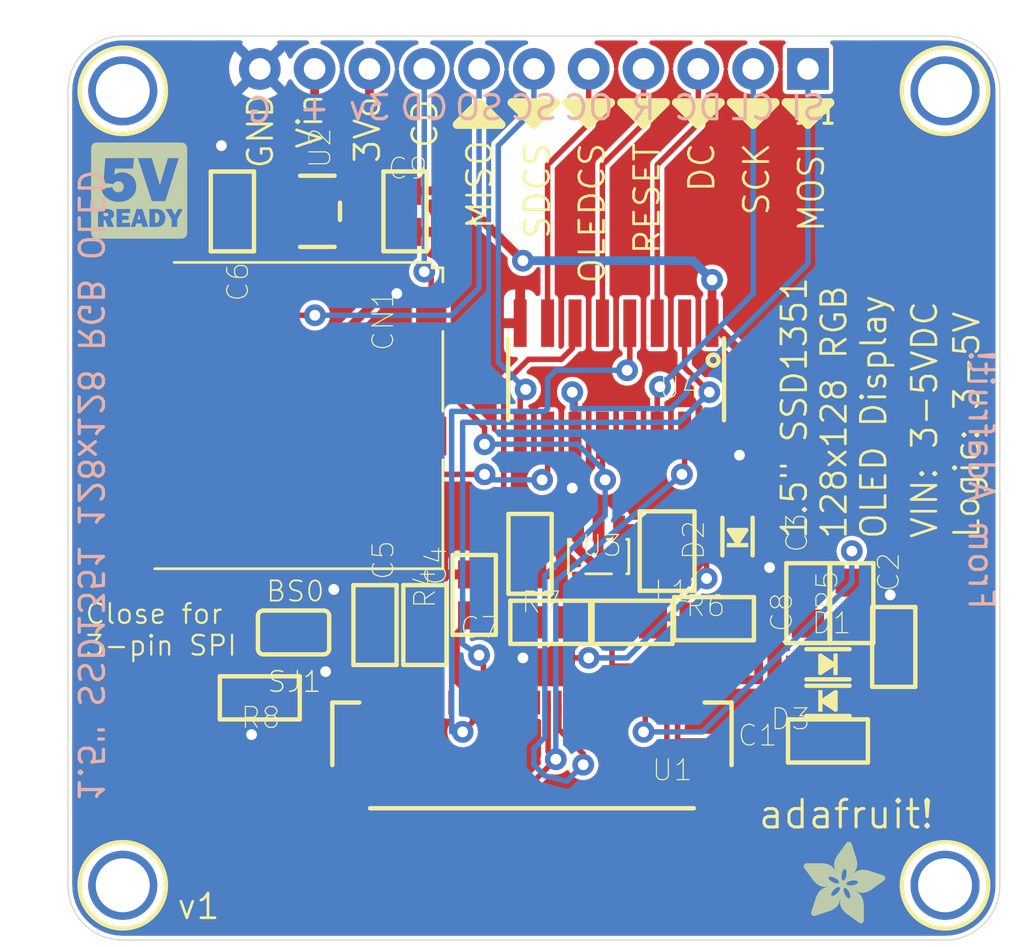
<source format=kicad_pcb>
(kicad_pcb (version 20211014) (generator pcbnew)
  (layers (0 "F.Cu" signal) (31 "B.Cu" signal) (34 "B.Paste" user) (35 "F.Paste" user) (36 "B.SilkS" user "B.Silkscreen") (37 "F.SilkS" user "F.Silkscreen") (38 "B.Mask" user) (39 "F.Mask" user) (44 "Edge.Cuts" user))
  (net 0 "")
  (net 1 "OLED_BS0")
  (net 2 "GND")
  (net 3 "IREF")
  (net 4 "MOSI/DATA1")
  (net 5 "SCK/DATA0")
  (net 6 "OLED_CS")
  (net 7 "OLED_DC")
  (net 8 "OLED_RES")
  (net 9 "VCOMH")
  (net 10 "N$6")
  (net 11 "N$7")
  (net 12 "3.3V")
  (net 13 "13V")
  (net 14 "N$3")
  (net 15 "N$5")
  (net 16 "N$8")
  (net 17 "VIN")
  (net 18 "SD_CS")
  (net 19 "SD_DOUT")
  (net 20 "SD_CD")
  (net 21 "N$12")
  (net 22 "N$13")
  (net 23 "DC")
  (net 24 "RESET")
  (net 25 "OCS")
  (net 26 "SCS")
  (net 27 "N$11")
  (footprint "eagleBoard:0805" (layer "F.Cu") (at 141.1381 111.3536 90)
    (fp_text reference "C5")
    (fp_text value "10uF")
  )
  (footprint "eagleBoard:0805" (layer "F.Cu") (at 143.4521 111.3536 90)
    (fp_text reference "C4")
    (fp_text value "1.0uF")
  )
  (footprint "eagleBoard:MICROSD" (layer "F.Cu") (at 144.1831 94.5926 -90)
    (fp_text reference "CN1")
    (fp_text value "microSD")
  )
  (footprint "eagleBoard:INDUCTOR_1007" (layer "F.Cu") (at 154.6741 107.9246 90)
    (fp_text reference "L1")
    (fp_text value "10uH")
  )
  (footprint "eagleBoard:0805" (layer "F.Cu") (at 145.7381 109.9566 -90)
    (fp_text reference "R4")
    (fp_text value "600K")
  )
  (footprint "eagleBoard:FIDUCIAL_1MM" (layer "F.Cu") (at 133.2611 85.3186)
    (fp_text reference "U$29" hide)
    (fp_text value "FIDUCIAL" hide)
  )
  (footprint "eagleBoard:1X11_ROUND_76" (layer "F.Cu") (at 148.5011 85.5726 180)
    (fp_text reference "JP1")
    (fp_text value "")
  )
  (footprint "eagleBoard:0805" (layer "F.Cu") (at 135.8011 114.7296)
    (fp_text reference "R8")
    (fp_text value "10K")
  )
  (footprint "eagleBoard:0805" (layer "F.Cu") (at 153.0701 111.2266)
    (fp_text reference "R6")
    (fp_text value "100K")
  )
  (footprint "eagleBoard:MOUNTINGHOLE_2.5_PLATED" (layer "F.Cu") (at 167.5511 123.4186)
    (fp_text reference "U$23" hide)
    (fp_text value "MOUNTINGHOLE2.5" hide)
  )
  (footprint "eagleBoard:0805" (layer "F.Cu") (at 163.2301 110.3376 90)
    (fp_text reference "R5")
    (fp_text value "50")
  )
  (footprint "eagleBoard:SOIC16" (layer "F.Cu") (at 152.3111 99.9606 180)
    (fp_text reference "U4")
    (fp_text value "74HC4050D")
  )
  (footprint "eagleBoard:FIDUCIAL_1MM" (layer "F.Cu") (at 148.7521 124.4346)
    (fp_text reference "U$26" hide)
    (fp_text value "FIDUCIAL" hide)
  )
  (footprint "eagleBoard:SOD-323" (layer "F.Cu") (at 162.1271 113.1716 180)
    (fp_text reference "D1")
    (fp_text value "1N4148")
  )
  (footprint "eagleBoard:FIDUCIAL_1MM" (layer "F.Cu") (at 163.7411 85.3186)
    (fp_text reference "U$27" hide)
    (fp_text value "FIDUCIAL" hide)
  )
  (footprint "eagleBoard:MOUNTINGHOLE_2.5_PLATED" (layer "F.Cu") (at 167.5511 86.5886)
    (fp_text reference "U$24" hide)
    (fp_text value "MOUNTINGHOLE2.5" hide)
  )
  (footprint "eagleBoard:SOLDERJUMPER_REFLOW_NOPASTE" (layer "F.Cu") (at 137.3651 111.6976)
    (fp_text reference "SJ1")
    (fp_text value "BS0")
  )
  (footprint "eagleBoard:ADAFRUIT_3.5MM" (layer "F.Cu") (at 160.9841 125.1966)
    (fp_text reference "U$28" hide)
    (fp_text value "" hide)
  )
  (footprint "eagleBoard:0805" (layer "F.Cu") (at 142.5291 92.1766 -90)
    (fp_text reference "C9")
    (fp_text value "10uF")
  )
  (footprint "eagleBoard:SOD-123" (layer "F.Cu") (at 157.9361 107.2496 90)
    (fp_text reference "D2")
    (fp_text value "BAT54T1G")
  )
  (footprint "eagleBoard:0805" (layer "F.Cu") (at 134.5311 92.1796 -90)
    (fp_text reference "C6")
    (fp_text value "10uF")
  )
  (footprint "eagleBoard:0805" (layer "F.Cu") (at 165.1751 112.3696 90)
    (fp_text reference "C2")
    (fp_text value "10uF/16V")
  )
  (footprint "eagleBoard:SOD-323" (layer "F.Cu") (at 162.1271 114.8696)
    (fp_text reference "D3")
    (fp_text value "1N4148")
  )
  (footprint "eagleBoard:0805" (layer "F.Cu") (at 148.3241 108.0516 90)
    (fp_text reference "R7")
    (fp_text value "10K")
  )
  (footprint "eagleBoard:LOGIC_5VREADY_5MM" (layer "F.Cu") (at 127.7101 93.7006)
    (fp_text reference "U$30" hide)
    (fp_text value "" hide)
  )
  (footprint "eagleBoard:MOUNTINGHOLE_2.5_PLATED" (layer "F.Cu") (at 129.4511 123.4186)
    (fp_text reference "U$22" hide)
    (fp_text value "MOUNTINGHOLE2.5" hide)
  )
  (footprint "eagleBoard:0805" (layer "F.Cu") (at 161.1981 110.3376 90)
    (fp_text reference "C3")
    (fp_text value "1.0uF")
  )
  (footprint "eagleBoard:0805" (layer "F.Cu") (at 156.8461 111.0596)
    (fp_text reference "C8")
    (fp_text value "0.1uF")
  )
  (footprint "eagleBoard:MOUNTINGHOLE_2.5_PLATED" (layer "F.Cu") (at 129.4511 86.5886)
    (fp_text reference "U$25" hide)
    (fp_text value "MOUNTINGHOLE2.5" hide)
  )
  (footprint "eagleBoard:FPC_XF2M-3015-1A" (layer "F.Cu") (at 148.4111 117.5766 180)
    (fp_text reference "U1")
    (fp_text value "UG-2828GDEDF11")
  )
  (footprint "eagleBoard:0805" (layer "F.Cu") (at 149.2601 111.2266 180)
    (fp_text reference "C7")
    (fp_text value "10uF")
  )
  (footprint "eagleBoard:SOT23-5@1" (layer "F.Cu") (at 151.4991 108.1786 180)
    (fp_text reference "U3")
    (fp_text value "FAN5331SX")
  )
  (footprint "eagleBoard:SOT23-5" (layer "F.Cu") (at 138.4681 92.1736 -90)
    (fp_text reference "U2")
    (fp_text value "MIC5225-3.3v")
  )
  (footprint "eagleBoard:0805" (layer "F.Cu") (at 162.1271 116.7276 180)
    (fp_text reference "C1")
    (fp_text value "10uF/16V")
  )
  (gr_line (start 156.1211 87.6416) (end 155.8671 87.6416) (layer "F.SilkS") (width 0.4064))
  (gr_line (start 155.6131 87.3876) (end 156.1211 87.3876) (layer "F.SilkS") (width 0.4064))
  (gr_line (start 146.4691 87.8956) (end 145.9611 87.8956) (layer "F.SilkS") (width 0.4064))
  (gr_line (start 145.4531 88.1496) (end 146.9771 88.1496) (layer "F.SilkS") (width 0.4064))
  (gr_line (start 152.0571 87.1336) (end 151.5491 87.1336) (layer "F.SilkS") (width 0.4064))
  (gr_line (start 148.5011 88.1496) (end 149.5171 87.1336) (layer "F.SilkS") (width 0.4064))
  (gr_line (start 158.6611 87.6416) (end 158.4071 87.6416) (layer "F.SilkS") (width 0.4064))
  (gr_line (start 161.7091 87.1336) (end 161.2011 87.6416) (layer "F.SilkS") (width 0.4064))
  (gr_line (start 148.5011 87.6416) (end 148.2471 87.6416) (layer "F.SilkS") (width 0.4064))
  (gr_line (start 156.1211 88.1496) (end 157.1371 87.1336) (layer "F.SilkS") (width 0.4064))
  (gr_line (start 156.6291 87.1336) (end 156.1211 87.6416) (layer "F.SilkS") (width 0.4064))
  (gr_line (start 151.0411 87.6416) (end 150.7871 87.6416) (layer "F.SilkS") (width 0.4064))
  (gr_line (start 158.1531 87.3876) (end 158.6611 87.3876) (layer "F.SilkS") (width 0.4064))
  (gr_line (start 149.5171 87.1336) (end 149.0091 87.1336) (layer "F.SilkS") (width 0.4064))
  (gr_line (start 153.5811 87.6416) (end 153.3271 87.6416) (layer "F.SilkS") (width 0.4064))
  (gr_line (start 150.5331 87.3876) (end 151.0411 87.3876) (layer "F.SilkS") (width 0.4064))
  (gr_line (start 152.5651 87.1336) (end 153.5811 88.1496) (layer "F.SilkS") (width 0.4064))
  (gr_line (start 149.0091 87.1336) (end 148.5011 87.6416) (layer "F.SilkS") (width 0.4064))
  (gr_line (start 154.5971 87.1336) (end 154.0891 87.1336) (layer "F.SilkS") (width 0.4064))
  (gr_line (start 158.4071 87.6416) (end 158.1531 87.3876) (layer "F.SilkS") (width 0.4064))
  (gr_line (start 147.9931 87.3876) (end 148.5011 87.3876) (layer "F.SilkS") (width 0.4064))
  (gr_line (start 154.0891 87.1336) (end 152.5651 87.1336) (layer "F.SilkS") (width 0.4064))
  (gr_line (start 147.4851 87.1336) (end 148.5011 88.1496) (layer "F.SilkS") (width 0.4064))
  (gr_line (start 153.3271 87.6416) (end 153.0731 87.3876) (layer "F.SilkS") (width 0.4064))
  (gr_line (start 157.1371 87.1336) (end 156.6291 87.1336) (layer "F.SilkS") (width 0.4064))
  (gr_line (start 148.2471 87.6416) (end 147.9931 87.3876) (layer "F.SilkS") (width 0.4064))
  (gr_line (start 153.0731 87.3876) (end 153.5811 87.3876) (layer "F.SilkS") (width 0.4064))
  (gr_line (start 159.1691 87.1336) (end 158.6611 87.6416) (layer "F.SilkS") (width 0.4064))
  (gr_line (start 145.9611 87.1336) (end 144.9451 88.1496) (layer "F.SilkS") (width 0.4064))
  (gr_line (start 151.5491 87.1336) (end 151.0411 87.6416) (layer "F.SilkS") (width 0.4064))
  (gr_line (start 153.5811 88.1496) (end 154.5971 87.1336) (layer "F.SilkS") (width 0.4064))
  (gr_line (start 161.2011 88.1496) (end 162.2171 87.1336) (layer "F.SilkS") (width 0.4064))
  (gr_line (start 151.0411 88.1496) (end 152.0571 87.1336) (layer "F.SilkS") (width 0.4064))
  (gr_line (start 145.9611 87.6416) (end 146.2151 87.6416) (layer "F.SilkS") (width 0.4064))
  (gr_line (start 158.6611 88.1496) (end 159.6771 87.1336) (layer "F.SilkS") (width 0.4064))
  (gr_line (start 161.2011 87.6416) (end 160.6931 87.1336) (layer "F.SilkS") (width 0.4064))
  (gr_line (start 161.7091 87.1336) (end 160.6931 87.1336) (layer "F.SilkS") (width 0.4064))
  (gr_line (start 146.9771 88.1496) (end 145.9611 87.1336) (layer "F.SilkS") (width 0.4064))
  (gr_line (start 159.6771 87.1336) (end 159.1691 87.1336) (layer "F.SilkS") (width 0.4064))
  (gr_line (start 156.6291 87.1336) (end 155.1051 87.1336) (layer "F.SilkS") (width 0.4064))
  (gr_line (start 157.6451 87.1336) (end 158.6611 88.1496) (layer "F.SilkS") (width 0.4064))
  (gr_line (start 145.4531 88.1496) (end 145.9611 87.6416) (layer "F.SilkS") (width 0.4064))
  (gr_line (start 155.8671 87.6416) (end 155.6131 87.3876) (layer "F.SilkS") (width 0.4064))
  (gr_line (start 149.0091 87.1336) (end 147.4851 87.1336) (layer "F.SilkS") (width 0.4064))
  (gr_line (start 155.1051 87.1336) (end 156.1211 88.1496) (layer "F.SilkS") (width 0.4064))
  (gr_line (start 151.5491 87.1336) (end 150.0251 87.1336) (layer "F.SilkS") (width 0.4064))
  (gr_line (start 146.2151 87.6416) (end 146.4691 87.8956) (layer "F.SilkS") (width 0.4064))
  (gr_line (start 150.0251 87.1336) (end 151.0411 88.1496) (layer "F.SilkS") (width 0.4064))
  (gr_line (start 154.0891 87.1336) (end 153.5811 87.6416) (layer "F.SilkS") (width 0.4064))
  (gr_line (start 160.1851 87.1336) (end 161.2011 88.1496) (layer "F.SilkS") (width 0.4064))
  (gr_line (start 159.1691 87.1336) (end 157.6451 87.1336) (layer "F.SilkS") (width 0.4064))
  (gr_line (start 162.2171 87.1336) (end 161.7091 87.1336) (layer "F.SilkS") (width 0.4064))
  (gr_line (start 160.6931 87.1336) (end 160.1851 87.1336) (layer "F.SilkS") (width 0.4064))
  (gr_line (start 144.9451 88.1496) (end 145.4531 88.1496) (layer "F.SilkS") (width 0.4064))
  (gr_line (start 150.7871 87.6416) (end 150.5331 87.3876) (layer "F.SilkS") (width 0.4064))
  (gr_line (start 129.4511 125.9586) (end 167.5511 125.9586) (layer "Edge.Cuts") (width 0.05))
  (gr_arc (start 126.9111 86.5886) (mid 127.655049 84.792549) (end 129.4511 84.0486) (layer "Edge.Cuts") (width 0.05))
  (gr_arc (start 129.4511 125.9586) (mid 127.655049 125.214651) (end 126.9111 123.4186) (layer "Edge.Cuts") (width 0.05))
  (gr_line (start 170.0911 123.4186) (end 170.0911 86.5886) (layer "Edge.Cuts") (width 0.05))
  (gr_line (start 126.9111 86.5886) (end 126.9111 123.4186) (layer "Edge.Cuts") (width 0.05))
  (gr_arc (start 167.5511 84.0486) (mid 169.347151 84.792549) (end 170.0911 86.5886) (layer "Edge.Cuts") (width 0.05))
  (gr_arc (start 170.0911 123.4186) (mid 169.347151 125.214651) (end 167.5511 125.9586) (layer "Edge.Cuts") (width 0.05))
  (gr_line (start 167.5511 84.0486) (end 129.4511 84.0486) (layer "Edge.Cuts") (width 0.05))
  (gr_text "R" (at 153.5811 86.7156) (layer "B.SilkS") (effects (font (size 1.1176 1.1176) (thickness 0.1524)) (justify top mirror)))
  (gr_text "+" (at 138.3411 86.7156) (layer "B.SilkS") (effects (font (size 1.1176 1.1176) (thickness 0.1524)) (justify top mirror)))
  (gr_text "CL" (at 158.6611 86.7156) (layer "B.SilkS") (effects (font (size 1.1176 1.1176) (thickness 0.1524)) (justify top mirror)))
  (gr_text "From Adafruit!" (at 168.5671 104.6226 -90) (layer "B.SilkS") (effects (font (size 1.1176 1.1176) (thickness 0.1524)) (justify bottom mirror)))
  (gr_text "SO" (at 145.9611 86.7156) (layer "B.SilkS") (effects (font (size 1.1176 1.1176) (thickness 0.1524)) (justify top mirror)))
  (gr_text "3v" (at 140.8811 86.7156) (layer "B.SilkS") (effects (font (size 1.1176 1.1176) (thickness 0.1524)) (justify top mirror)))
  (gr_text "OC" (at 151.0411 86.7156) (layer "B.SilkS") (effects (font (size 1.1176 1.1176) (thickness 0.1524)) (justify top mirror)))
  (gr_text "1.5\" SSD1351 128x128 RGB OLED" (at 127.2921 104.8766 -90) (layer "B.SilkS") (effects (font (size 1.1176 1.1176) (thickness 0.1524)) (justify bottom mirror)))
  (gr_text "DC" (at 156.1211 86.7156) (layer "B.SilkS") (effects (font (size 1.1176 1.1176) (thickness 0.1524)) (justify top mirror)))
  (gr_text "CD" (at 143.4211 86.7156) (layer "B.SilkS") (effects (font (size 1.1176 1.1176) (thickness 0.1524)) (justify top mirror)))
  (gr_text "SC" (at 148.5011 86.7156) (layer "B.SilkS") (effects (font (size 1.1176 1.1176) (thickness 0.1524)) (justify top mirror)))
  (gr_text "G" (at 135.8011 86.8426) (layer "B.SilkS") (effects (font (size 1.1176 1.1176) (thickness 0.1524)) (justify top mirror)))
  (gr_text "SI" (at 161.2011 86.7156) (layer "B.SilkS") (effects (font (size 1.1176 1.1176) (thickness 0.1524)) (justify top mirror)))
  (gr_text "BS0" (at 136.0361 110.3376) (layer "F.SilkS") (effects (font (size 0.93472 0.93472) (thickness 0.08128)) (justify left bottom)))
  (gr_text "Logic: 3-5V" (at 169.2281 107.4116 90) (layer "F.SilkS") (effects (font (size 1.143 1.143) (thickness 0.127)) (justify left bottom)))
  (gr_text "DC" (at 155.6131 88.9116 90) (layer "F.SilkS") (effects (font (size 1.143 1.143) (thickness 0.127)) (justify right top)))
  (gr_text "VIN: 3-5VDC" (at 167.2741 107.4116 90) (layer "F.SilkS") (effects (font (size 1.143 1.143) (thickness 0.127)) (justify left bottom)))
  (gr_text "3Vo" (at 140.1191 86.7526 90) (layer "F.SilkS") (effects (font (size 1.143 1.143) (thickness 0.127)) (justify right top)))
  (gr_text "OLEDCS" (at 150.5331 88.9116 90) (layer "F.SilkS") (effects (font (size 1.143 1.143) (thickness 0.127)) (justify right top)))
  (gr_text "Close for\n3-pin SPI" (at 127.6551 112.8406) (layer "F.SilkS") (effects (font (size 0.9144 0.9144) (thickness 0.1016)) (justify left bottom)))
  (gr_text "MOSI" (at 160.6931 88.9116 90) (layer "F.SilkS") (effects (font (size 1.143 1.143) (thickness 0.127)) (justify right top)))
  (gr_text "1.5\" SSD1351\n128x128 RGB \nOLED Display" (at 164.9181 107.4436 90) (layer "F.SilkS") (effects (font (size 1.143 1.143) (thickness 0.127)) (justify left bottom)))
  (gr_text "SDCS" (at 147.9931 88.9116 90) (layer "F.SilkS") (effects (font (size 1.143 1.143) (thickness 0.127)) (justify right top)))
  (gr_text "Vin" (at 137.4521 86.6256 90) (layer "F.SilkS") (effects (font (size 1.143 1.143) (thickness 0.127)) (justify right top)))
  (gr_text "v1" (at 131.9011 125.0696) (layer "F.SilkS") (effects (font (size 1.143 1.143) (thickness 0.127)) (justify left bottom)))
  (gr_text "adafruit!" (at 158.8251 120.8786) (layer "F.SilkS") (effects (font (size 1.28016 1.28016) (thickness 0.14224)) (justify left bottom)))
  (gr_text "RESET" (at 153.0731 88.9116 90) (layer "F.SilkS") (effects (font (size 1.143 1.143) (thickness 0.127)) (justify right top)))
  (gr_text "CD" (at 142.7861 86.8796 90) (layer "F.SilkS") (effects (font (size 1.143 1.143) (thickness 0.127)) (justify right top)))
  (gr_text "SCK" (at 158.1531 88.9116 90) (layer "F.SilkS") (effects (font (size 1.143 1.143) (thickness 0.127)) (justify right top)))
  (gr_text "MISO" (at 145.3261 88.7846 90) (layer "F.SilkS") (effects (font (size 1.143 1.143) (thickness 0.127)) (justify right top)))
  (gr_text "GND" (at 135.1661 86.6256 90) (layer "F.SilkS") (effects (font (size 1.143 1.143) (thickness 0.127)) (justify right top)))
  (segment (start 147.6611 114.9466) (end 147.6611 117.3226) (width 0.254) (layer "F.Cu") (net 1))
  (segment (start 136.7511 114.7296) (end 136.7511 117.3226) (width 0.254) (layer "F.Cu") (net 1))
  (segment (start 136.6031 111.6976) (end 136.7511 111.8456) (width 0.254) (layer "F.Cu") (net 1))
  (segment (start 136.5631 114.5416) (end 136.7511 114.7296) (width 0.254) (layer "F.Cu") (net 1))
  (segment (start 136.7511 117.3226) (end 147.6611 117.3226) (width 0.254) (layer "F.Cu") (net 1))
  (segment (start 136.7511 111.8456) (end 136.7511 114.7296) (width 0.254) (layer "F.Cu") (net 1))
  (segment (start 135.5471 92.9386) (end 134.7221 92.9386) (width 0.4064) (layer "F.Cu") (net 2))
  (segment (start 147.4851 113.7666) (end 147.9931 113.7666) (width 0.4064) (layer "F.Cu") (net 2))
  (segment (start 162.2171 115.7986) (end 162.2171 115.0366) (width 0.4064) (layer "F.Cu") (net 2))
  (segment (start 141.1351 113.7666) (end 141.1351 114.9206) (width 0.254) (layer "F.Cu") (net 2))
  (segment (start 142.1611 114.0306) (end 141.8971 113.7666) (width 0.254) (layer "F.Cu") (net 2))
  (segment (start 148.2471 111.2896) (end 148.3101 111.2266) (width 0.254) (layer "F.Cu") (net 2))
  (segment (start 165.1751 111.4196) (end 165.0111 111.2556) (width 0.4064) (layer "F.Cu") (net 2))
  (segment (start 142.1611 114.9466) (end 142.1611 114.0306) (width 0.254) (layer "F.Cu") (net 2))
  (segment (start 165.0111 111.2556) (end 165.0111 109.9566) (width 0.4064) (layer "F.Cu") (net 2))
  (segment (start 147.1611 114.0906) (end 147.4851 113.7666) (width 0.254) (layer "F.Cu") (net 2))
  (segment (start 130.6431 94.9926) (end 130.7211 94.9146) (width 0.4064) (layer "F.Cu") (net 2))
  (segment (start 141.8971 113.7666) (end 141.1351 113.7666) (width 0.254) (layer "F.Cu") (net 2))
  (segment (start 163.0771 116.6586) (end 162.2171 115.7986) (width 0.4064) (layer "F.Cu") (net 2))
  (segment (start 134.7221 92.9386) (end 134.5311 93.1296) (width 0.4064) (layer "F.Cu") (net 2))
  (segment (start 147.9931 113.7666) (end 147.9931 112.8776) (width 0.4064) (layer "F.Cu") (net 2))
  (segment (start 163.0771 116.7276) (end 163.0771 116.6586) (width 0.4064) (layer "F.Cu") (net 2))
  (segment (start 136.3121 92.1736) (end 135.5471 92.9386) (width 0.4064) (layer "F.Cu") (net 2))
  (segment (start 137.168 92.1736) (end 136.3121 92.1736) (width 0.4064) (layer "F.Cu") (net 2))
  (segment (start 147.1611 114.9466) (end 147.1611 114.0906) (width 0.254) (layer "F.Cu") (net 2))
  (segment (start 162.2171 115.0366) (end 162.0501 114.8696) (width 0.4064) (layer "F.Cu") (net 2))
  (segment (start 141.1351 114.9206) (end 141.1611 114.9466) (width 0.254) (layer "F.Cu") (net 2))
  (segment (start 162.0501 114.8696) (end 160.8571 114.8696) (width 0.4064) (layer "F.Cu") (net 2))
  (segment (start 161.1981 111.2876) (end 161.1371 111.2266) (width 0.4064) (layer "F.Cu") (net 2))
  (via (at 147.9931 112.8776) (size 1.008) (drill 0.5) (layers "F.Cu" "B.Cu") (net 2))
  (via (at 150.2791 105.0036) (size 1.008) (drill 0.5) (layers "F.Cu" "B.Cu") (net 2))
  (via (at 165.0111 109.9566) (size 1.008) (drill 0.5) (layers "F.Cu" "B.Cu") (net 2))
  (via (at 135.4201 116.4336) (size 1.008) (drill 0.5) (layers "F.Cu" "B.Cu") (net 2))
  (via (at 142.1511 95.9866) (size 1.008) (drill 0.5) (layers "F.Cu" "B.Cu") (net 2))
  (via (at 159.4231 108.6866) (size 1.008) (drill 0.5) (layers "F.Cu" "B.Cu") (net 2))
  (via (at 139.2301 109.7026) (size 1.008) (drill 0.5) (layers "F.Cu" "B.Cu") (net 2))
  (via (at 158.0261 103.4796) (size 1.008) (drill 0.5) (layers "F.Cu" "B.Cu") (net 2))
  (via (at 138.8491 113.5126) (size 1.008) (drill 0.5) (layers "F.Cu" "B.Cu") (net 2))
  (via (at 134.0231 89.1286) (size 1.008) (drill 0.5) (layers "F.Cu" "B.Cu") (net 2))
  (segment (start 165.0111 109.9566) (end 165.0111 109.7026) (width 0.4064) (layer "B.Cu") (net 2))
  (segment (start 144.9451 111.6996) (end 145.7381 110.9066) (width 0.254) (layer "F.Cu") (net 3))
  (segment (start 145.1611 114.9466) (end 145.1611 114.2366) (width 0.254) (layer "F.Cu") (net 3))
  (segment (start 145.1611 114.2366) (end 144.9451 114.0206) (width 0.254) (layer "F.Cu") (net 3))
  (segment (start 144.9451 114.0206) (end 144.9451 111.6996) (width 0.254) (layer "F.Cu") (net 3))
  (segment (start 149.6611 114.9466) (end 149.6611 116.1966) (width 0.254) (layer "F.Cu") (net 4))
  (segment (start 149.6611 116.1966) (end 150.7871 117.3226) (width 0.254) (layer "F.Cu") (net 4))
  (segment (start 142.9131 100.8126) (end 144.8181 100.8126) (width 0.254) (layer "F.Cu") (net 4))
  (segment (start 144.8181 100.8126) (end 146.2151 102.2096) (width 0.254) (layer "F.Cu") (net 4))
  (segment (start 151.8031 104.6226) (end 151.6761 104.4956) (width 0.254) (layer "F.Cu") (net 4))
  (segment (start 142.3331 101.3926) (end 142.9131 100.8126) (width 0.254) (layer "F.Cu") (net 4))
  (segment (start 151.6761 104.4956) (end 151.6761 102.5606) (width 0.254) (layer "F.Cu") (net 4))
  (segment (start 133.5431 101.3926) (end 142.3331 101.3926) (width 0.254) (layer "F.Cu") (net 4))
  (segment (start 146.2151 102.2096) (end 146.2151 102.9716) (width 0.254) (layer "F.Cu") (net 4))
  (segment (start 150.7871 117.3226) (end 150.7871 117.8306) (width 0.254) (layer "F.Cu") (net 4))
  (via (at 146.2151 102.9716) (size 1.008) (drill 0.5) (layers "F.Cu" "B.Cu") (net 4))
  (via (at 151.8031 104.6226) (size 1.008) (drill 0.5) (layers "F.Cu" "B.Cu") (net 4))
  (via (at 150.7871 117.8306) (size 1.008) (drill 0.5) (layers "F.Cu" "B.Cu") (net 4))
  (segment (start 150.5331 102.9716) (end 151.6761 104.1146) (width 0.254) (layer "B.Cu") (net 4))
  (segment (start 151.6761 104.4956) (end 151.8031 104.6226) (width 0.254) (layer "B.Cu") (net 4))
  (segment (start 149.0091 118.3386) (end 148.5011 117.8306) (width 0.254) (layer "B.Cu") (net 4))
  (segment (start 148.5011 117.0686) (end 149.0091 116.5606) (width 0.254) (layer "B.Cu") (net 4))
  (segment (start 149.0091 109.0676) (end 151.8031 106.2736) (width 0.254) (layer "B.Cu") (net 4))
  (segment (start 149.0091 116.5606) (end 149.0091 109.0676) (width 0.254) (layer "B.Cu") (net 4))
  (segment (start 151.6761 104.1146) (end 151.6761 104.4956) (width 0.254) (layer "B.Cu") (net 4))
  (segment (start 150.0251 118.5926) (end 149.0091 118.3386) (width 0.254) (layer "B.Cu") (net 4))
  (segment (start 151.8031 106.2736) (end 151.8031 104.6226) (width 0.254) (layer "B.Cu") (net 4))
  (segment (start 146.2151 102.9716) (end 150.5331 102.9716) (width 0.254) (layer "B.Cu") (net 4))
  (segment (start 150.7871 117.8306) (end 150.0251 118.5926) (width 0.254) (layer "B.Cu") (net 4))
  (segment (start 148.5011 117.8306) (end 148.5011 117.0686) (width 0.254) (layer "B.Cu") (net 4))
  (segment (start 133.5431 99.1926) (end 131.9601 99.1926) (width 0.254) (layer "F.Cu") (net 5))
  (segment (start 155.4861 104.2416) (end 155.4861 102.5606) (width 0.254) (layer "F.Cu") (net 5))
  (segment (start 146.5961 120.4976) (end 149.5171 117.5766) (width 0.254) (layer "F.Cu") (net 5))
  (segment (start 149.1611 117.2206) (end 149.5171 117.5766) (width 0.254) (layer "F.Cu") (net 5))
  (segment (start 131.2291 99.9236) (end 131.2291 105.7656) (width 0.254) (layer "F.Cu") (net 5))
  (segment (start 155.3591 104.3686) (end 155.4861 104.2416) (width 0.254) (layer "F.Cu") (net 5))
  (segment (start 137.9601 120.4976) (end 146.5961 120.4976) (width 0.254) (layer "F.Cu") (net 5))
  (segment (start 149.1611 114.9466) (end 149.1611 117.2206) (width 0.254) (layer "F.Cu") (net 5))
  (segment (start 131.2291 105.7656) (end 133.0071 107.5436) (width 0.254) (layer "F.Cu") (net 5))
  (segment (start 133.0071 115.5446) (end 137.9601 120.4976) (width 0.254) (layer "F.Cu") (net 5))
  (segment (start 131.9601 99.1926) (end 131.2291 99.9236) (width 0.254) (layer "F.Cu") (net 5))
  (segment (start 133.0071 107.5436) (end 133.0071 115.5446) (width 0.254) (layer "F.Cu") (net 5))
  (via (at 149.5171 117.5766) (size 1.008) (drill 0.5) (layers "F.Cu" "B.Cu") (net 5))
  (via (at 155.3591 104.3686) (size 1.008) (drill 0.5) (layers "F.Cu" "B.Cu") (net 5))
  (segment (start 149.5171 117.5766) (end 149.5171 109.3216) (width 0.254) (layer "B.Cu") (net 5))
  (segment (start 149.5171 109.3216) (end 155.3591 104.3686) (width 0.254) (layer "B.Cu") (net 5))
  (segment (start 148.2471 99.0346) (end 149.7711 99.0346) (width 0.254) (layer "F.Cu") (net 6))
  (segment (start 147.1041 100.1776) (end 148.2471 99.0346) (width 0.254) (layer "F.Cu") (net 6))
  (segment (start 146.6611 114.9466) (end 146.6611 113.4476) (width 0.254) (layer "F.Cu") (net 6))
  (segment (start 147.1041 113.0046) (end 147.1041 100.1776) (width 0.254) (layer "F.Cu") (net 6))
  (segment (start 150.2791 97.4876) (end 150.4061 97.3606) (width 0.254) (layer "F.Cu") (net 6))
  (segment (start 150.2791 98.5266) (end 150.2791 97.4876) (width 0.254) (layer "F.Cu") (net 6))
  (segment (start 146.6611 113.4476) (end 147.1041 113.0046) (width 0.254) (layer "F.Cu") (net 6))
  (segment (start 149.7711 99.0346) (end 150.2791 98.5266) (width 0.254) (layer "F.Cu") (net 6))
  (segment (start 146.1611 112.9506) (end 145.9611 112.7506) (width 0.254) (layer "F.Cu") (net 7))
  (segment (start 155.4861 99.4156) (end 155.4861 97.3606) (width 0.254) (layer "F.Cu") (net 7))
  (segment (start 156.6291 100.5586) (end 155.4861 99.4156) (width 0.254) (layer "F.Cu") (net 7))
  (segment (start 146.1611 114.9466) (end 146.1611 112.9506) (width 0.254) (layer "F.Cu") (net 7))
  (via (at 145.9611 112.7506) (size 1.008) (drill 0.5) (layers "F.Cu" "B.Cu") (net 7))
  (via (at 156.6291 100.5586) (size 1.008) (drill 0.5) (layers "F.Cu" "B.Cu") (net 7))
  (segment (start 145.1991 112.2426) (end 145.1991 101.9556) (width 0.254) (layer "B.Cu") (net 7))
  (segment (start 155.2321 101.9556) (end 156.6291 100.5586) (width 0.254) (layer "B.Cu") (net 7))
  (segment (start 145.9611 112.7506) (end 145.1991 112.2426) (width 0.254) (layer "B.Cu") (net 7))
  (segment (start 145.1991 101.9556) (end 155.2321 101.9556) (width 0.254) (layer "B.Cu") (net 7))
  (segment (start 145.6611 114.9466) (end 145.6611 115.8446) (width 0.254) (layer "F.Cu") (net 8))
  (segment (start 152.8191 99.5426) (end 152.9461 99.4156) (width 0.254) (layer "F.Cu") (net 8))
  (segment (start 145.6611 115.8446) (end 145.1991 116.3066) (width 0.254) (layer "F.Cu") (net 8))
  (segment (start 152.9461 99.4156) (end 152.9461 97.3606) (width 0.254) (layer "F.Cu") (net 8))
  (via (at 145.1991 116.3066) (size 1.008) (drill 0.5) (layers "F.Cu" "B.Cu") (net 8))
  (via (at 152.8191 99.5426) (size 1.008) (drill 0.5) (layers "F.Cu" "B.Cu") (net 8))
  (segment (start 145.1991 116.3066) (end 144.6911 116.3066) (width 0.254) (layer "B.Cu") (net 8))
  (segment (start 149.0091 101.4476) (end 149.1361 101.3206) (width 0.254) (layer "B.Cu") (net 8))
  (segment (start 149.1361 101.3206) (end 149.1361 99.9236) (width 0.254) (layer "B.Cu") (net 8))
  (segment (start 149.5171 99.5426) (end 152.8191 99.5426) (width 0.254) (layer "B.Cu") (net 8))
  (segment (start 149.1361 99.9236) (end 149.5171 99.5426) (width 0.254) (layer "B.Cu") (net 8))
  (segment (start 144.6911 101.4476) (end 149.0091 101.4476) (width 0.254) (layer "B.Cu") (net 8))
  (segment (start 144.6911 116.3066) (end 144.6911 101.4476) (width 0.254) (layer "B.Cu") (net 8))
  (segment (start 154.6611 117.3226) (end 159.6771 117.3226) (width 0.254) (layer "F.Cu") (net 9))
  (segment (start 154.6611 114.9466) (end 154.6611 117.3226) (width 0.254) (layer "F.Cu") (net 9))
  (segment (start 159.6771 118.0846) (end 165.1751 118.0846) (width 0.254) (layer "F.Cu") (net 9))
  (segment (start 159.6771 117.3226) (end 159.6771 118.0846) (width 0.254) (layer "F.Cu") (net 9))
  (segment (start 165.1751 118.0846) (end 165.1751 113.3196) (width 0.254) (layer "F.Cu") (net 9))
  (segment (start 153.6611 116.3066) (end 153.5811 116.3066) (width 0.254) (layer "F.Cu") (net 10))
  (segment (start 163.2331 109.3846) (end 163.2301 109.3876) (width 0.254) (layer "F.Cu") (net 10))
  (segment (start 163.2331 107.9246) (end 163.2331 109.3846) (width 0.254) (layer "F.Cu") (net 10))
  (segment (start 153.6611 114.9466) (end 153.6611 116.3066) (width 0.254) (layer "F.Cu") (net 10))
  (via (at 163.2331 107.9246) (size 1.008) (drill 0.5) (layers "F.Cu" "B.Cu") (net 10))
  (via (at 153.5811 116.3066) (size 1.008) (drill 0.5) (layers "F.Cu" "B.Cu") (net 10))
  (segment (start 163.2301 109.3876) (end 163.2301 107.9276) (width 0.254) (layer "B.Cu") (net 10))
  (segment (start 156.3111 116.3066) (end 163.2301 109.3876) (width 0.254) (layer "B.Cu") (net 10))
  (segment (start 163.2301 107.9276) (end 163.2331 107.9246) (width 0.254) (layer "B.Cu") (net 10))
  (segment (start 153.5811 116.3066) (end 156.3111 116.3066) (width 0.254) (layer "B.Cu") (net 10))
  (segment (start 161.3461 113.1716) (end 163.2301 111.2876) (width 0.3048) (layer "F.Cu") (net 11))
  (segment (start 160.8571 113.1716) (end 161.3461 113.1716) (width 0.3048) (layer "F.Cu") (net 11))
  (segment (start 131.9911 100.2926) (end 131.9911 105.3846) (width 0.4064) (layer "F.Cu") (net 12))
  (segment (start 156.7561 97.3606) (end 159.2961 99.9006) (width 0.4064) (layer "F.Cu") (net 12))
  (segment (start 133.1431 100.2926) (end 137.2101 100.2926) (width 0.4064) (layer "F.Cu") (net 12))
  (segment (start 140.8811 85.5726) (end 140.8811 91.2236) (width 0.4064) (layer "F.Cu") (net 12))
  (segment (start 133.1431 100.2926) (end 131.9911 100.2926) (width 0.4064) (layer "F.Cu") (net 12))
  (segment (start 161.2011 107.9936) (end 161.2011 108.9406) (width 0.4064) (layer "F.Cu") (net 12))
  (segment (start 136.6901 110.0836) (end 137.9601 110.0836) (width 0.4064) (layer "F.Cu") (net 12))
  (segment (start 142.6611 113.8266) (end 142.6611 114.9466) (width 0.254) (layer "F.Cu") (net 12))
  (segment (start 141.0081 96.4946) (end 141.0081 91.2236) (width 0.4064) (layer "F.Cu") (net 12))
  (segment (start 150.5491 110.8876) (end 150.5491 109.4787) (width 0.4064) (layer "F.Cu") (net 12))
  (segment (start 157.1371 107.5436) (end 159.2961 107.5436) (width 0.4064) (layer "F.Cu") (net 12))
  (segment (start 159.2961 99.9006) (end 159.2961 107.5436) (width 0.4064) (layer "F.Cu") (net 12))
  (segment (start 156.5021 109.1946) (end 156.5021 108.1786) (width 0.254) (layer "F.Cu") (net 12))
  (segment (start 137.2101 100.2926) (end 141.0081 96.4946) (width 0.4064) (layer "F.Cu") (net 12))
  (segment (start 154.1611 114.9466) (end 154.1611 114.0206) (width 0.254) (layer "F.Cu") (net 12))
  (segment (start 142.5261 91.2236) (end 141.0081 91.2236) (width 0.4064) (layer "F.Cu") (net 12))
  (segment (start 152.4491 109.4787) (end 152.8762 109.0516) (width 0.4064) (layer "F.Cu") (net 12))
  (segment (start 138.1271 111.6976) (end 138.7331 112.3036) (width 0.254) (layer "F.Cu") (net 12))
  (segment (start 138.7331 112.3036) (end 141.1381 112.3036) (width 0.254) (layer "F.Cu") (net 12))
  (segment (start 150.2791 111.2266) (end 150.2101 111.2266) (width 0.254) (layer "F.Cu") (net 12))
  (segment (start 131.9911 105.3846) (end 136.6901 110.0836) (width 0.4064) (layer "F.Cu") (net 12))
  (segment (start 150.2791 112.8776) (end 150.2791 111.2266) (width 0.254) (layer "F.Cu") (net 12))
  (segment (start 150.2791 112.8776) (end 151.0411 112.8776) (width 0.254) (layer "F.Cu") (net 12))
  (segment (start 150.2791 114.0206) (end 150.2791 112.8776) (width 0.254) (layer "F.Cu") (net 12))
  (segment (start 144.7541 91.2236) (end 147.9931 94.4626) (width 0.4064) (layer "F.Cu") (net 12))
  (segment (start 156.5021 108.1786) (end 157.1371 107.5436) (width 0.4064) (layer "F.Cu") (net 12))
  (segment (start 142.5291 91.2266) (end 142.5261 91.2236) (width 0.4064) (layer "F.Cu") (net 12))
  (segment (start 154.1611 114.0206) (end 150.2791 114.0206) (width 0.254) (layer "F.Cu") (net 12))
  (segment (start 154.6741 109.0516) (end 155.6291 109.0516) (width 0.4064) (layer "F.Cu") (net 12))
  (segment (start 156.7561 95.3516) (end 156.7561 97.3606) (width 0.4064) (layer "F.Cu") (net 12))
  (segment (start 161.2011 108.9406) (end 161.1981 109.3876) (width 0.4064) (layer "F.Cu") (net 12))
  (segment (start 159.2961 107.5436) (end 160.7511 107.5436) (width 0.4064) (layer "F.Cu") (net 12))
  (segment (start 150.2101 111.2266) (end 150.5491 110.8876) (width 0.4064) (layer "F.Cu") (net 12))
  (segment (start 137.9601 110.0836) (end 138.1271 110.2506) (width 0.4064) (layer "F.Cu") (net 12))
  (segment (start 140.8811 91.2236) (end 139.7682 91.2236) (width 0.4064) (layer "F.Cu") (net 12))
  (segment (start 138.1271 110.2506) (end 138.1271 111.6976) (width 0.4064) (layer "F.Cu") (net 12))
  (segment (start 160.7511 107.5436) (end 161.2011 107.9936) (width 0.4064) (layer "F.Cu") (net 12))
  (segment (start 141.1381 112.3036) (end 142.6611 113.8266) (width 0.254) (layer "F.Cu") (net 12))
  (segment (start 141.0081 91.2236) (end 140.8811 91.2236) (width 0.4064) (layer "F.Cu") (net 12))
  (segment (start 152.8762 109.0516) (end 154.6741 109.0516) (width 0.4064) (layer "F.Cu") (net 12))
  (segment (start 155.6291 109.0516) (end 156.5021 108.1786) (width 0.4064) (layer "F.Cu") (net 12))
  (segment (start 142.5261 91.2236) (end 144.7541 91.2236) (width 0.4064) (layer "F.Cu") (net 12))
  (via (at 151.0411 112.8776) (size 1.008) (drill 0.5) (layers "F.Cu" "B.Cu") (net 12))
  (via (at 156.7561 95.3516) (size 1.008) (drill 0.5) (layers "F.Cu" "B.Cu") (net 12))
  (via (at 147.9931 94.4626) (size 1.008) (drill 0.5) (layers "F.Cu" "B.Cu") (net 12))
  (via (at 156.5021 109.1946) (size 1.008) (drill 0.5) (layers "F.Cu" "B.Cu") (net 12))
  (segment (start 155.8671 94.4626) (end 156.7561 95.3516) (width 0.4064) (layer "B.Cu") (net 12))
  (segment (start 152.8191 112.8776) (end 156.5021 109.1946) (width 0.254) (layer "B.Cu") (net 12))
  (segment (start 151.0411 112.8776) (end 152.8191 112.8776) (width 0.254) (layer "B.Cu") (net 12))
  (segment (start 147.9931 94.4626) (end 155.8671 94.4626) (width 0.4064) (layer "B.Cu") (net 12))
  (segment (start 158.4391 109.0996) (end 157.9361 109.0996) (width 0.4064) (layer "F.Cu") (net 13))
  (segment (start 154.1871 111.0596) (end 155.8961 111.0596) (width 0.254) (layer "F.Cu") (net 13))
  (segment (start 156.1501 110.6316) (end 157.9361 109.0996) (width 0.254) (layer "F.Cu") (net 13))
  (segment (start 158.9151 109.5756) (end 158.4391 109.0996) (width 0.4064) (layer "F.Cu") (net 13))
  (segment (start 155.3591 113.8936) (end 158.9151 113.8936) (width 0.4064) (layer "F.Cu") (net 13))
  (segment (start 155.1611 116.7276) (end 161.1771 116.7276) (width 0.254) (layer "F.Cu") (net 13))
  (segment (start 154.1871 111.0596) (end 154.0201 111.2266) (width 0.254) (layer "F.Cu") (net 13))
  (segment (start 155.1611 114.9466) (end 155.1611 114.1476) (width 0.254) (layer "F.Cu") (net 13))
  (segment (start 155.8961 111.0596) (end 156.1501 110.6316) (width 0.254) (layer "F.Cu") (net 13))
  (segment (start 155.1611 114.1476) (end 155.3591 113.8936) (width 0.254) (layer "F.Cu") (net 13))
  (segment (start 158.9151 113.8936) (end 158.9151 109.5756) (width 0.4064) (layer "F.Cu") (net 13))
  (segment (start 155.1611 114.9466) (end 155.1611 116.7276) (width 0.254) (layer "F.Cu") (net 13))
  (segment (start 143.4521 112.3036) (end 143.1611 112.5946) (width 0.254) (layer "F.Cu") (net 14))
  (segment (start 143.1611 112.5946) (end 143.1611 114.9466) (width 0.254) (layer "F.Cu") (net 14))
  (segment (start 154.5932 106.8785) (end 154.6741 106.7976) (width 0.4064) (layer "F.Cu") (net 15))
  (segment (start 154.6741 106.7976) (end 156.5381 106.7976) (width 0.4064) (layer "F.Cu") (net 15))
  (segment (start 156.5381 106.7976) (end 157.9361 105.3996) (width 0.4064) (layer "F.Cu") (net 15))
  (segment (start 152.4491 106.8785) (end 154.5932 106.8785) (width 0.4064) (layer "F.Cu") (net 15))
  (segment (start 152.1201 113.2586) (end 157.8991 113.2586) (width 0.254) (layer "F.Cu") (net 16))
  (segment (start 151.5491 108.8136) (end 150.5491 107.8136) (width 0.4064) (layer "F.Cu") (net 16))
  (segment (start 148.5472 106.8785) (end 150.5491 106.8785) (width 0.4064) (layer "F.Cu") (net 16))
  (segment (start 148.3241 107.1016) (end 148.5472 106.8785) (width 0.4064) (layer "F.Cu") (net 16))
  (segment (start 157.8991 111.0596) (end 157.7961 111.0596) (width 0.254) (layer "F.Cu") (net 16))
  (segment (start 152.1201 111.2266) (end 151.5491 110.6556) (width 0.4064) (layer "F.Cu") (net 16))
  (segment (start 151.5491 110.6556) (end 151.5491 108.8136) (width 0.4064) (layer "F.Cu") (net 16))
  (segment (start 157.8991 113.2586) (end 157.8991 111.0596) (width 0.254) (layer "F.Cu") (net 16))
  (segment (start 152.1201 111.2266) (end 152.1201 113.2586) (width 0.254) (layer "F.Cu") (net 16))
  (segment (start 150.5491 107.8136) (end 150.5491 106.8785) (width 0.4064) (layer "F.Cu") (net 16))
  (segment (start 134.5371 91.2236) (end 137.168 91.2236) (width 0.4064) (layer "F.Cu") (net 17))
  (segment (start 137.168 91.2236) (end 138.3411 91.2236) (width 0.4064) (layer "F.Cu") (net 17))
  (segment (start 138.3411 91.2236) (end 138.3411 93.1236) (width 0.4064) (layer "F.Cu") (net 17))
  (segment (start 138.3411 91.2236) (end 138.3411 85.5726) (width 0.4064) (layer "F.Cu") (net 17))
  (segment (start 134.5311 91.2296) (end 134.5371 91.2236) (width 0.4064) (layer "F.Cu") (net 17))
  (segment (start 138.3411 93.1236) (end 137.168 93.1236) (width 0.4064) (layer "F.Cu") (net 17))
  (segment (start 142.5321 103.9876) (end 142.9131 104.3686) (width 0.254) (layer "F.Cu") (net 18))
  (segment (start 133.9431 102.4926) (end 141.0081 102.4926) (width 0.254) (layer "F.Cu") (net 18))
  (segment (start 142.9131 104.3686) (end 146.2151 104.3686) (width 0.254) (layer "F.Cu") (net 18))
  (segment (start 148.8821 104.6226) (end 149.1361 104.3686) (width 0.254) (layer "F.Cu") (net 18))
  (segment (start 149.1361 104.3686) (end 149.1361 102.5606) (width 0.254) (layer "F.Cu") (net 18))
  (segment (start 141.0081 102.4926) (end 142.5321 103.9876) (width 0.254) (layer "F.Cu") (net 18))
  (via (at 146.2151 104.3686) (size 1.008) (drill 0.5) (layers "F.Cu" "B.Cu") (net 18))
  (via (at 148.8821 104.6226) (size 1.008) (drill 0.5) (layers "F.Cu" "B.Cu") (net 18))
  (segment (start 146.4691 104.6226) (end 148.8821 104.6226) (width 0.254) (layer "B.Cu") (net 18))
  (segment (start 146.2151 104.3686) (end 146.4691 104.6226) (width 0.254) (layer "B.Cu") (net 18))
  (segment (start 133.5431 96.9926) (end 138.3511 96.9926) (width 0.254) (layer "F.Cu") (net 19))
  (via (at 138.3511 96.9926) (size 1.008) (drill 0.5) (layers "F.Cu" "B.Cu") (net 19))
  (segment (start 144.6911 96.9926) (end 145.9611 95.7226) (width 0.254) (layer "B.Cu") (net 19))
  (segment (start 145.9611 95.7226) (end 145.9611 85.5726) (width 0.254) (layer "B.Cu") (net 19))
  (segment (start 138.3511 96.9926) (end 144.6911 96.9926) (width 0.254) (layer "B.Cu") (net 19))
  (segment (start 143.7431 96.5926) (end 143.7431 95.2926) (width 0.254) (layer "F.Cu") (net 20))
  (segment (start 143.7431 95.2926) (end 143.4211 94.9706) (width 0.254) (layer "F.Cu") (net 20))
  (via (at 143.4211 94.9706) (size 1.008) (drill 0.5) (layers "F.Cu" "B.Cu") (net 20))
  (segment (start 143.4211 94.9706) (end 143.4211 85.5726) (width 0.254) (layer "B.Cu") (net 20))
  (segment (start 150.4061 100.6856) (end 150.4061 102.5606) (width 0.254) (layer "F.Cu") (net 21))
  (segment (start 150.2791 100.5586) (end 150.4061 100.6856) (width 0.254) (layer "F.Cu") (net 21))
  (via (at 150.2791 100.5586) (size 1.008) (drill 0.5) (layers "F.Cu" "B.Cu") (net 21))
  (segment (start 150.2791 101.3206) (end 150.2791 100.5586) (width 0.254) (layer "B.Cu") (net 21))
  (segment (start 155.6131 100.1776) (end 161.2011 94.5896) (width 0.254) (layer "B.Cu") (net 21))
  (segment (start 154.8511 101.3206) (end 150.2791 101.3206) (width 0.254) (layer "B.Cu") (net 21))
  (segment (start 155.6131 100.5586) (end 155.6131 100.1776) (width 0.254) (layer "B.Cu") (net 21))
  (segment (start 155.6131 100.5586) (end 154.8511 101.3206) (width 0.254) (layer "B.Cu") (net 21))
  (segment (start 161.2011 94.5896) (end 161.2011 85.5726) (width 0.254) (layer "B.Cu") (net 21))
  (segment (start 154.3431 100.3046) (end 154.2161 100.4316) (width 0.254) (layer "F.Cu") (net 22))
  (segment (start 154.2161 100.4316) (end 154.2161 102.5606) (width 0.254) (layer "F.Cu") (net 22))
  (via (at 154.3431 100.3046) (size 1.008) (drill 0.5) (layers "F.Cu" "B.Cu") (net 22))
  (segment (start 154.3431 100.3046) (end 158.6611 95.9866) (width 0.254) (layer "B.Cu") (net 22))
  (segment (start 158.6611 95.9866) (end 158.6611 85.5726) (width 0.254) (layer "B.Cu") (net 22))
  (segment (start 156.1211 88.1126) (end 156.1211 85.5726) (width 0.254) (layer "F.Cu") (net 23))
  (segment (start 154.2161 90.0176) (end 156.1211 88.1126) (width 0.254) (layer "F.Cu") (net 23))
  (segment (start 154.2161 90.0176) (end 154.2161 97.3606) (width 0.254) (layer "F.Cu") (net 23))
  (segment (start 151.6761 90.0176) (end 151.6761 97.3606) (width 0.254) (layer "F.Cu") (net 24))
  (segment (start 153.5811 88.1126) (end 153.5811 85.5726) (width 0.254) (layer "F.Cu") (net 24))
  (segment (start 151.6761 90.0176) (end 153.5811 88.1126) (width 0.254) (layer "F.Cu") (net 24))
  (segment (start 151.0411 88.1126) (end 151.0411 85.5726) (width 0.254) (layer "F.Cu") (net 25))
  (segment (start 149.1361 90.0176) (end 151.0411 88.1126) (width 0.254) (layer "F.Cu") (net 25))
  (segment (start 149.1361 90.0176) (end 149.1361 97.3606) (width 0.254) (layer "F.Cu") (net 25))
  (segment (start 147.8661 102.5606) (end 147.8661 100.6856) (width 0.254) (layer "F.Cu") (net 26))
  (segment (start 147.8661 100.6856) (end 148.1201 100.4316) (width 0.254) (layer "F.Cu") (net 26))
  (via (at 148.1201 100.4316) (size 1.008) (drill 0.5) (layers "F.Cu" "B.Cu") (net 26))
  (segment (start 148.5011 87.4776) (end 148.5011 85.5726) (width 0.254) (layer "B.Cu") (net 26))
  (segment (start 148.1201 100.4316) (end 146.8501 99.1616) (width 0.254) (layer "B.Cu") (net 26))
  (segment (start 146.8501 99.1616) (end 146.8501 89.1286) (width 0.254) (layer "B.Cu") (net 26))
  (segment (start 146.8501 89.1286) (end 148.5011 87.4776) (width 0.254) (layer "B.Cu") (net 26))
  (segment (start 163.3971 113.1716) (end 163.3971 114.8696) (width 0.254) (layer "F.Cu") (net 27))
  (zone (net 2) (net_name "GND") (layer "F.Cu") (priority 6) (connect_pads (clearance 0.2032)) (min_thickness 0.2032) (fill yes (thermal_gap 0.4564) (thermal_bridge_width 0.4564))
    (polygon (pts (xy 170.602526 125.779028) (xy 126.426092 126.163592) (xy 126.800676 83.5014) (xy 170.346071 83.5014)))
  )
  (zone (net 2) (net_name "GND") (layer "B.Cu") (priority 6) (connect_pads (clearance 0.2032)) (min_thickness 0.2032) (fill yes (thermal_gap 0.4564) (thermal_bridge_width 0.4564))
    (polygon (pts (xy 170.602522 125.906028) (xy 126.427333 126.290582) (xy 126.54546 83.5014) (xy 170.346075 83.5014)))
  )
)
</source>
